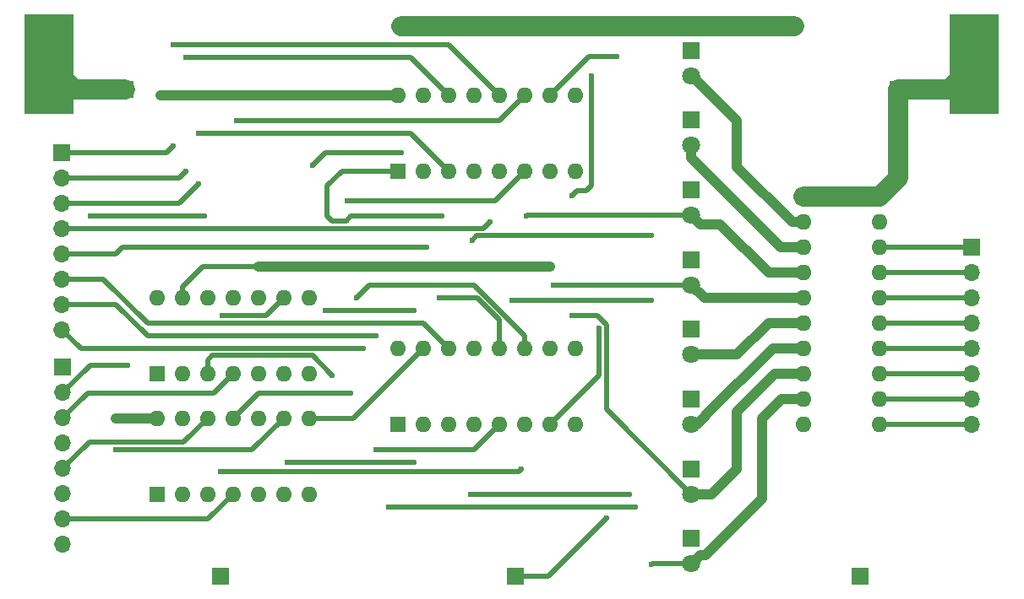
<source format=gbr>
G04 #@! TF.FileFunction,Copper,L1,Top,Signal*
%FSLAX46Y46*%
G04 Gerber Fmt 4.6, Leading zero omitted, Abs format (unit mm)*
G04 Created by KiCad (PCBNEW 4.0.6-e0-6349~53~ubuntu16.04.1) date Wed May 31 19:35:45 2017*
%MOMM*%
%LPD*%
G01*
G04 APERTURE LIST*
%ADD10C,0.100000*%
%ADD11R,1.800000X1.800000*%
%ADD12C,1.800000*%
%ADD13R,1.700000X1.700000*%
%ADD14O,1.700000X1.700000*%
%ADD15R,1.600000X1.600000*%
%ADD16O,1.600000X1.600000*%
%ADD17R,5.000000X10.000000*%
%ADD18C,0.600000*%
%ADD19C,2.000000*%
%ADD20C,0.500000*%
%ADD21C,1.000000*%
G04 APERTURE END LIST*
D10*
D11*
X118000000Y-53905000D03*
D12*
X118000000Y-56445000D03*
D11*
X118000000Y-60905000D03*
D12*
X118000000Y-63445000D03*
D11*
X118000000Y-67905000D03*
D12*
X118000000Y-70445000D03*
D11*
X118000000Y-74905000D03*
D12*
X118000000Y-77445000D03*
D11*
X118000000Y-81905000D03*
D12*
X118000000Y-84445000D03*
D11*
X118000000Y-88905000D03*
D12*
X118000000Y-91445000D03*
D11*
X118000000Y-95905000D03*
D12*
X118000000Y-98445000D03*
D11*
X118000000Y-102905000D03*
D12*
X118000000Y-105445000D03*
D13*
X54925000Y-64135000D03*
D14*
X54925000Y-66675000D03*
X54925000Y-69215000D03*
X54925000Y-71755000D03*
X54925000Y-74295000D03*
X54925000Y-76835000D03*
X54925000Y-79375000D03*
X54925000Y-81915000D03*
D13*
X55000000Y-85715000D03*
D14*
X55000000Y-88255000D03*
X55000000Y-90795000D03*
X55000000Y-93335000D03*
X55000000Y-95875000D03*
X55000000Y-98415000D03*
X55000000Y-100955000D03*
X55000000Y-103495000D03*
D13*
X70800000Y-106680000D03*
X100330000Y-106680000D03*
X146050000Y-73660000D03*
D14*
X146050000Y-76200000D03*
X146050000Y-78740000D03*
X146050000Y-81280000D03*
X146050000Y-83820000D03*
X146050000Y-86360000D03*
X146050000Y-88900000D03*
X146050000Y-91440000D03*
D13*
X134874000Y-106680000D03*
D15*
X88580000Y-66040000D03*
D16*
X106360000Y-58420000D03*
X91120000Y-66040000D03*
X103820000Y-58420000D03*
X93660000Y-66040000D03*
X101280000Y-58420000D03*
X96200000Y-66040000D03*
X98740000Y-58420000D03*
X98740000Y-66040000D03*
X96200000Y-58420000D03*
X101280000Y-66040000D03*
X93660000Y-58420000D03*
X103820000Y-66040000D03*
X91120000Y-58420000D03*
X106360000Y-66040000D03*
X88580000Y-58420000D03*
D15*
X88580000Y-91440000D03*
D16*
X106360000Y-83820000D03*
X91120000Y-91440000D03*
X103820000Y-83820000D03*
X93660000Y-91440000D03*
X101280000Y-83820000D03*
X96200000Y-91440000D03*
X98740000Y-83820000D03*
X98740000Y-91440000D03*
X96200000Y-83820000D03*
X101280000Y-91440000D03*
X93660000Y-83820000D03*
X103820000Y-91440000D03*
X91120000Y-83820000D03*
X106360000Y-91440000D03*
X88580000Y-83820000D03*
D15*
X64450000Y-98425000D03*
D16*
X79690000Y-90805000D03*
X66990000Y-98425000D03*
X77150000Y-90805000D03*
X69530000Y-98425000D03*
X74610000Y-90805000D03*
X72070000Y-98425000D03*
X72070000Y-90805000D03*
X74610000Y-98425000D03*
X69530000Y-90805000D03*
X77150000Y-98425000D03*
X66990000Y-90805000D03*
X79690000Y-98425000D03*
X64450000Y-90805000D03*
D15*
X64450000Y-86360000D03*
D16*
X79690000Y-78740000D03*
X66990000Y-86360000D03*
X77150000Y-78740000D03*
X69530000Y-86360000D03*
X74610000Y-78740000D03*
X72070000Y-86360000D03*
X72070000Y-78740000D03*
X74610000Y-86360000D03*
X69530000Y-78740000D03*
X77150000Y-86360000D03*
X66990000Y-78740000D03*
X79690000Y-86360000D03*
X64450000Y-78740000D03*
D15*
X129220000Y-68580000D03*
D16*
X136840000Y-91440000D03*
X129220000Y-71120000D03*
X136840000Y-88900000D03*
X129220000Y-73660000D03*
X136840000Y-86360000D03*
X129220000Y-76200000D03*
X136840000Y-83820000D03*
X129220000Y-78740000D03*
X136840000Y-81280000D03*
X129220000Y-81280000D03*
X136840000Y-78740000D03*
X129220000Y-83820000D03*
X136840000Y-76200000D03*
X129220000Y-86360000D03*
X136840000Y-73660000D03*
X129220000Y-88900000D03*
X136840000Y-71120000D03*
X129220000Y-91440000D03*
X136840000Y-68580000D03*
D13*
X138745000Y-57785000D03*
X61275000Y-57785000D03*
D17*
X146365000Y-55245000D03*
X53655000Y-55245000D03*
D18*
X95885000Y-98425000D03*
X111760000Y-98425000D03*
X87630000Y-99695000D03*
X112395000Y-99695000D03*
X101500000Y-70500000D03*
X104140000Y-77470000D03*
X114000000Y-72500000D03*
X96000000Y-73000000D03*
X100000000Y-79000000D03*
X93000000Y-70500000D03*
X114000000Y-79000000D03*
X108000000Y-56500000D03*
X106000000Y-68500000D03*
X106000000Y-80500000D03*
X110500000Y-54500000D03*
X114000000Y-105500000D03*
X66040000Y-53340000D03*
X66040000Y-63500000D03*
X67310000Y-54610000D03*
X67310000Y-66040000D03*
X68580000Y-62230000D03*
X68580000Y-67310000D03*
X97790000Y-71120000D03*
X92710000Y-78740000D03*
X91440000Y-73660000D03*
X86360000Y-82550000D03*
X86360000Y-93980000D03*
X85090000Y-83820000D03*
X69215000Y-70485000D03*
X57785000Y-70485000D03*
X103820000Y-75565000D03*
X74610000Y-75565000D03*
X109474000Y-100838000D03*
X108712000Y-81788000D03*
X90170000Y-80010000D03*
X81280000Y-80010000D03*
X72390000Y-60960000D03*
X82000000Y-86500000D03*
X83500000Y-69000000D03*
X80010000Y-65405000D03*
X88900000Y-64135000D03*
X88900000Y-51435000D03*
X128270000Y-51435000D03*
X64770000Y-58420000D03*
X60325000Y-90805000D03*
X77470000Y-95250000D03*
X90170000Y-95250000D03*
X84455000Y-78740000D03*
X83820000Y-88265000D03*
X70784999Y-96184999D03*
X100965000Y-95885000D03*
X71000000Y-80500000D03*
X61500000Y-85500000D03*
X60325000Y-93980000D03*
D19*
X61275000Y-57785000D02*
X56195000Y-57785000D01*
X56195000Y-57785000D02*
X53655000Y-55245000D01*
D20*
X111760000Y-98425000D02*
X95885000Y-98425000D01*
D21*
X122555000Y-60960000D02*
X122555000Y-65586370D01*
X122555000Y-65586370D02*
X128088630Y-71120000D01*
X128088630Y-71120000D02*
X129220000Y-71120000D01*
X118939999Y-57344999D02*
X122555000Y-60960000D01*
X118000000Y-56445000D02*
X118899999Y-57344999D01*
X118899999Y-57344999D02*
X118939999Y-57344999D01*
D20*
X112395000Y-99695000D02*
X87630000Y-99695000D01*
D21*
X118000000Y-63445000D02*
X118000000Y-64717792D01*
X118000000Y-64717792D02*
X126942208Y-73660000D01*
X126942208Y-73660000D02*
X128088630Y-73660000D01*
X128088630Y-73660000D02*
X129220000Y-73660000D01*
D20*
X118000000Y-70445000D02*
X101555000Y-70445000D01*
X101555000Y-70445000D02*
X101500000Y-70500000D01*
D21*
X120874999Y-71344999D02*
X125730000Y-76200000D01*
X125730000Y-76200000D02*
X129220000Y-76200000D01*
X118000000Y-70445000D02*
X118899999Y-71344999D01*
X118899999Y-71344999D02*
X120874999Y-71344999D01*
D20*
X118000000Y-77445000D02*
X104165000Y-77445000D01*
X104165000Y-77445000D02*
X104140000Y-77470000D01*
D21*
X118000000Y-77445000D02*
X119295000Y-78740000D01*
X119295000Y-78740000D02*
X129220000Y-78740000D01*
D20*
X96000000Y-73000000D02*
X96500000Y-72500000D01*
X96500000Y-72500000D02*
X114000000Y-72500000D01*
D21*
X122565000Y-84445000D02*
X125730000Y-81280000D01*
X125730000Y-81280000D02*
X129220000Y-81280000D01*
X118000000Y-84445000D02*
X122565000Y-84445000D01*
X129220000Y-83820000D02*
X126145002Y-83820000D01*
X126145002Y-83820000D02*
X119420001Y-90545001D01*
X119420001Y-90545001D02*
X119420001Y-90579999D01*
X118555000Y-91445000D02*
X118000000Y-91445000D01*
X119420001Y-90579999D02*
X118555000Y-91445000D01*
D20*
X114000000Y-79000000D02*
X100000000Y-79000000D01*
X93000000Y-70500000D02*
X83889998Y-70500000D01*
X83889998Y-70500000D02*
X83389998Y-71000000D01*
X83389998Y-71000000D02*
X82000000Y-71000000D01*
X82000000Y-71000000D02*
X81500000Y-70500000D01*
X81500000Y-67500000D02*
X82960000Y-66040000D01*
X81500000Y-70500000D02*
X81500000Y-67500000D01*
X82960000Y-66040000D02*
X88580000Y-66040000D01*
X107500000Y-68000000D02*
X108000000Y-67500000D01*
X108000000Y-67500000D02*
X108000000Y-56500000D01*
X106500000Y-68000000D02*
X107500000Y-68000000D01*
X106000000Y-68500000D02*
X106500000Y-68000000D01*
X109500000Y-89945000D02*
X109500000Y-81465998D01*
X109500000Y-81465998D02*
X108534002Y-80500000D01*
X108534002Y-80500000D02*
X106000000Y-80500000D01*
X118000000Y-98445000D02*
X109500000Y-89945000D01*
D21*
X122555000Y-90170000D02*
X126365000Y-86360000D01*
X126365000Y-86360000D02*
X129220000Y-86360000D01*
X122555000Y-95885000D02*
X122555000Y-90170000D01*
X119995000Y-98445000D02*
X122555000Y-95885000D01*
X118000000Y-98445000D02*
X119995000Y-98445000D01*
D20*
X110500000Y-54500000D02*
X107740000Y-54500000D01*
X107740000Y-54500000D02*
X103820000Y-58420000D01*
X118000000Y-105445000D02*
X114055000Y-105445000D01*
X114055000Y-105445000D02*
X114000000Y-105500000D01*
D21*
X125095000Y-90805000D02*
X127000000Y-88900000D01*
X127000000Y-88900000D02*
X129220000Y-88900000D01*
X125095000Y-98870002D02*
X125095000Y-90805000D01*
X118000000Y-105445000D02*
X118899999Y-104545001D01*
X118899999Y-104545001D02*
X119420001Y-104545001D01*
X119420001Y-104545001D02*
X125095000Y-98870002D01*
D20*
X66040000Y-53340000D02*
X93660000Y-53340000D01*
X93660000Y-53340000D02*
X98740000Y-58420000D01*
X54925000Y-64135000D02*
X65405000Y-64135000D01*
X65405000Y-64135000D02*
X66040000Y-63500000D01*
X67310000Y-54610000D02*
X89850000Y-54610000D01*
X89850000Y-54610000D02*
X93660000Y-58420000D01*
X54925000Y-66675000D02*
X66675000Y-66675000D01*
X66675000Y-66675000D02*
X67310000Y-66040000D01*
X68580000Y-62230000D02*
X89850000Y-62230000D01*
X89850000Y-62230000D02*
X93660000Y-66040000D01*
X54925000Y-69215000D02*
X66675000Y-69215000D01*
X66675000Y-69215000D02*
X68580000Y-67310000D01*
X54925000Y-71755000D02*
X97155000Y-71755000D01*
X97155000Y-71755000D02*
X97790000Y-71120000D01*
X92710000Y-78740000D02*
X96520000Y-78740000D01*
X96520000Y-78740000D02*
X98740000Y-80960000D01*
X98740000Y-80960000D02*
X98740000Y-83820000D01*
X60960000Y-73660000D02*
X91440000Y-73660000D01*
X60325000Y-74295000D02*
X60960000Y-73660000D01*
X54925000Y-74295000D02*
X60325000Y-74295000D01*
X92390000Y-82550000D02*
X93660000Y-83820000D01*
X63500000Y-81280000D02*
X91120000Y-81280000D01*
X91120000Y-81280000D02*
X92390000Y-82550000D01*
X59055000Y-76835000D02*
X63500000Y-81280000D01*
X54925000Y-76835000D02*
X59055000Y-76835000D01*
X63500000Y-82550000D02*
X86360000Y-82550000D01*
X60325000Y-79375000D02*
X63500000Y-82550000D01*
X54925000Y-79375000D02*
X60325000Y-79375000D01*
X86360000Y-93980000D02*
X96200000Y-93980000D01*
X96200000Y-93980000D02*
X98740000Y-91440000D01*
X83820000Y-83820000D02*
X85090000Y-83820000D01*
X56830000Y-83820000D02*
X83820000Y-83820000D01*
X54925000Y-81915000D02*
X56830000Y-83820000D01*
X64135000Y-70485000D02*
X69215000Y-70485000D01*
X60325000Y-70485000D02*
X64135000Y-70485000D01*
X57785000Y-70485000D02*
X60325000Y-70485000D01*
D21*
X74610000Y-75565000D02*
X75500000Y-75565000D01*
D20*
X66990000Y-78740000D02*
X66990000Y-77608630D01*
D21*
X75500000Y-75565000D02*
X103820000Y-75565000D01*
D20*
X66990000Y-77608630D02*
X69033630Y-75565000D01*
X69033630Y-75565000D02*
X75500000Y-75565000D01*
X100330000Y-106680000D02*
X103632000Y-106680000D01*
X103632000Y-106680000D02*
X109474000Y-100838000D01*
X136840000Y-73660000D02*
X137971370Y-73660000D01*
X137971370Y-73660000D02*
X146050000Y-73660000D01*
X136840000Y-76200000D02*
X137971370Y-76200000D01*
X137971370Y-76200000D02*
X146050000Y-76200000D01*
X136840000Y-78740000D02*
X137971370Y-78740000D01*
X137971370Y-78740000D02*
X146050000Y-78740000D01*
X136840000Y-81280000D02*
X146050000Y-81280000D01*
X136840000Y-83820000D02*
X146050000Y-83820000D01*
X136840000Y-86360000D02*
X137971370Y-86360000D01*
X137971370Y-86360000D02*
X146050000Y-86360000D01*
X136840000Y-88900000D02*
X146050000Y-88900000D01*
X136840000Y-91440000D02*
X137971370Y-91440000D01*
X137971370Y-91440000D02*
X146050000Y-91440000D01*
X103820000Y-91440000D02*
X108712000Y-86548000D01*
X108712000Y-86548000D02*
X108712000Y-81788000D01*
X81280000Y-80010000D02*
X90170000Y-80010000D01*
X72390000Y-60960000D02*
X98740000Y-60960000D01*
X98740000Y-60960000D02*
X101280000Y-58420000D01*
X70000000Y-84520010D02*
X69530000Y-84990010D01*
X69530000Y-84990010D02*
X69530000Y-86360000D01*
X80020010Y-84520010D02*
X70000000Y-84520010D01*
X82000000Y-86500000D02*
X80020010Y-84520010D01*
X101280000Y-66040000D02*
X98320000Y-69000000D01*
X98320000Y-69000000D02*
X83500000Y-69000000D01*
X88900000Y-64135000D02*
X81280000Y-64135000D01*
X81280000Y-64135000D02*
X80010000Y-65405000D01*
D19*
X128270000Y-51435000D02*
X88900000Y-51435000D01*
X136840000Y-68580000D02*
X129220000Y-68580000D01*
X138745000Y-57785000D02*
X138745000Y-66675000D01*
X138745000Y-66675000D02*
X136840000Y-68580000D01*
D21*
X64770000Y-58420000D02*
X88580000Y-58420000D01*
X60325000Y-90805000D02*
X64450000Y-90805000D01*
D19*
X138745000Y-57785000D02*
X143825000Y-57785000D01*
X143825000Y-57785000D02*
X146365000Y-55245000D01*
D20*
X77470000Y-95250000D02*
X80325000Y-95250000D01*
X80325000Y-95250000D02*
X90170000Y-95250000D01*
X84455000Y-78740000D02*
X85725000Y-77470000D01*
X85725000Y-77470000D02*
X96239962Y-77470000D01*
X96239962Y-77470000D02*
X101280000Y-82510038D01*
X101280000Y-82510038D02*
X101280000Y-82688630D01*
X101280000Y-82688630D02*
X101280000Y-83820000D01*
X72070000Y-90805000D02*
X74610000Y-88265000D01*
X74610000Y-88265000D02*
X83820000Y-88265000D01*
X100965000Y-95885000D02*
X100665001Y-96184999D01*
X100665001Y-96184999D02*
X70784999Y-96184999D01*
X79690000Y-90805000D02*
X84135000Y-90805000D01*
X84135000Y-90805000D02*
X91120000Y-83820000D01*
X71000000Y-80500000D02*
X75390000Y-80500000D01*
X75390000Y-80500000D02*
X77150000Y-78740000D01*
X55000000Y-88255000D02*
X57755000Y-85500000D01*
X57755000Y-85500000D02*
X61500000Y-85500000D01*
X57530000Y-88265000D02*
X70165000Y-88265000D01*
X70165000Y-88265000D02*
X72070000Y-86360000D01*
X55000000Y-90795000D02*
X57530000Y-88265000D01*
X57645001Y-93229999D02*
X67105001Y-93229999D01*
X67105001Y-93229999D02*
X69530000Y-90805000D01*
X55000000Y-95875000D02*
X57645001Y-93229999D01*
X60325000Y-93980000D02*
X73975000Y-93980000D01*
X73975000Y-93980000D02*
X77150000Y-90805000D01*
X55000000Y-100955000D02*
X69540000Y-100955000D01*
X69540000Y-100955000D02*
X72070000Y-98425000D01*
M02*

</source>
